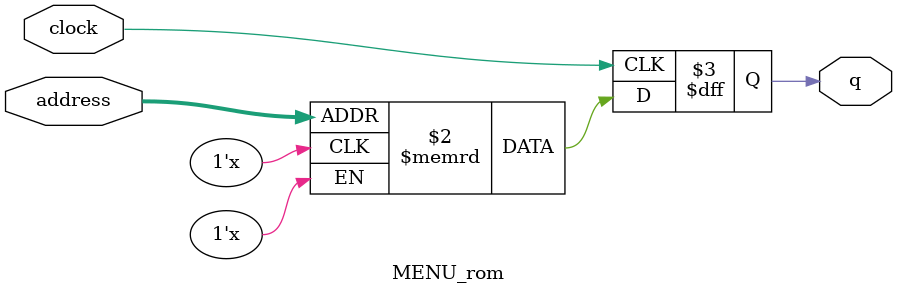
<source format=sv>
module MENU_rom (
	input logic clock,
	input logic [16:0] address,
	output logic [0:0] q
);

logic [0:0] memory [0:76799] /* synthesis ram_init_file = "./MENU/MENU.mif" */;

always_ff @ (posedge clock) begin
	q <= memory[address];
end

endmodule

</source>
